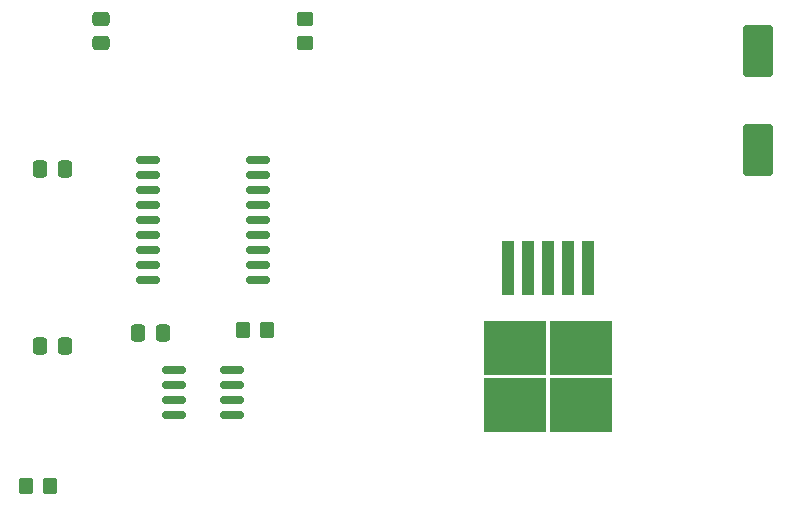
<source format=gtp>
%TF.GenerationSoftware,KiCad,Pcbnew,(6.0.8-1)-1*%
%TF.CreationDate,2023-03-04T15:31:58-08:00*%
%TF.ProjectId,Urban Battery - BMS_complement,55726261-6e20-4426-9174-74657279202d,rev?*%
%TF.SameCoordinates,Original*%
%TF.FileFunction,Paste,Top*%
%TF.FilePolarity,Positive*%
%FSLAX46Y46*%
G04 Gerber Fmt 4.6, Leading zero omitted, Abs format (unit mm)*
G04 Created by KiCad (PCBNEW (6.0.8-1)-1) date 2023-03-04 15:31:58*
%MOMM*%
%LPD*%
G01*
G04 APERTURE LIST*
G04 Aperture macros list*
%AMRoundRect*
0 Rectangle with rounded corners*
0 $1 Rounding radius*
0 $2 $3 $4 $5 $6 $7 $8 $9 X,Y pos of 4 corners*
0 Add a 4 corners polygon primitive as box body*
4,1,4,$2,$3,$4,$5,$6,$7,$8,$9,$2,$3,0*
0 Add four circle primitives for the rounded corners*
1,1,$1+$1,$2,$3*
1,1,$1+$1,$4,$5*
1,1,$1+$1,$6,$7*
1,1,$1+$1,$8,$9*
0 Add four rect primitives between the rounded corners*
20,1,$1+$1,$2,$3,$4,$5,0*
20,1,$1+$1,$4,$5,$6,$7,0*
20,1,$1+$1,$6,$7,$8,$9,0*
20,1,$1+$1,$8,$9,$2,$3,0*%
G04 Aperture macros list end*
%ADD10RoundRect,0.250000X0.337500X0.475000X-0.337500X0.475000X-0.337500X-0.475000X0.337500X-0.475000X0*%
%ADD11RoundRect,0.150000X-0.875000X-0.150000X0.875000X-0.150000X0.875000X0.150000X-0.875000X0.150000X0*%
%ADD12RoundRect,0.250000X-0.350000X-0.450000X0.350000X-0.450000X0.350000X0.450000X-0.350000X0.450000X0*%
%ADD13RoundRect,0.250000X0.475000X-0.337500X0.475000X0.337500X-0.475000X0.337500X-0.475000X-0.337500X0*%
%ADD14RoundRect,0.250000X-1.000000X1.950000X-1.000000X-1.950000X1.000000X-1.950000X1.000000X1.950000X0*%
%ADD15RoundRect,0.150000X-0.825000X-0.150000X0.825000X-0.150000X0.825000X0.150000X-0.825000X0.150000X0*%
%ADD16RoundRect,0.250000X0.450000X-0.350000X0.450000X0.350000X-0.450000X0.350000X-0.450000X-0.350000X0*%
%ADD17R,5.250000X4.550000*%
%ADD18R,1.100000X4.600000*%
G04 APERTURE END LIST*
D10*
X107717500Y-90932000D03*
X105642500Y-90932000D03*
D11*
X114730000Y-90170000D03*
X114730000Y-91440000D03*
X114730000Y-92710000D03*
X114730000Y-93980000D03*
X114730000Y-95250000D03*
X114730000Y-96520000D03*
X114730000Y-97790000D03*
X114730000Y-99060000D03*
X114730000Y-100330000D03*
X124030000Y-100330000D03*
X124030000Y-99060000D03*
X124030000Y-97790000D03*
X124030000Y-96520000D03*
X124030000Y-95250000D03*
X124030000Y-93980000D03*
X124030000Y-92710000D03*
X124030000Y-91440000D03*
X124030000Y-90170000D03*
D12*
X122825000Y-104542500D03*
X124825000Y-104542500D03*
D13*
X110744000Y-80285500D03*
X110744000Y-78210500D03*
D14*
X166370000Y-80890000D03*
X166370000Y-89290000D03*
D15*
X116905000Y-107950000D03*
X116905000Y-109220000D03*
X116905000Y-110490000D03*
X116905000Y-111760000D03*
X121855000Y-111760000D03*
X121855000Y-110490000D03*
X121855000Y-109220000D03*
X121855000Y-107950000D03*
D12*
X104410000Y-117729000D03*
X106410000Y-117729000D03*
D16*
X128016000Y-80248000D03*
X128016000Y-78248000D03*
D10*
X115972500Y-104775000D03*
X113897500Y-104775000D03*
X107717500Y-105918000D03*
X105642500Y-105918000D03*
D17*
X145815000Y-110895000D03*
X151365000Y-106045000D03*
X145815000Y-106045000D03*
X151365000Y-110895000D03*
D18*
X151990000Y-99320000D03*
X150290000Y-99320000D03*
X148590000Y-99320000D03*
X146890000Y-99320000D03*
X145190000Y-99320000D03*
M02*

</source>
